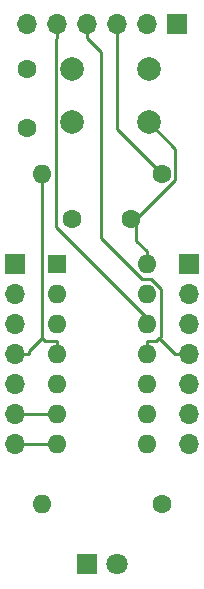
<source format=gtl>
G04 #@! TF.GenerationSoftware,KiCad,Pcbnew,5.0.2+dfsg1-1~bpo9+1*
G04 #@! TF.CreationDate,2019-06-18T09:36:45+01:00*
G04 #@! TF.ProjectId,t84opti,7438346f-7074-4692-9e6b-696361645f70,rev?*
G04 #@! TF.SameCoordinates,Original*
G04 #@! TF.FileFunction,Copper,L1,Top*
G04 #@! TF.FilePolarity,Positive*
%FSLAX46Y46*%
G04 Gerber Fmt 4.6, Leading zero omitted, Abs format (unit mm)*
G04 Created by KiCad (PCBNEW 5.0.2+dfsg1-1~bpo9+1) date Tue 18 Jun 2019 09:36:45 IST*
%MOMM*%
%LPD*%
G01*
G04 APERTURE LIST*
G04 #@! TA.AperFunction,ComponentPad*
%ADD10C,1.600000*%
G04 #@! TD*
G04 #@! TA.AperFunction,ComponentPad*
%ADD11R,1.800000X1.800000*%
G04 #@! TD*
G04 #@! TA.AperFunction,ComponentPad*
%ADD12C,1.800000*%
G04 #@! TD*
G04 #@! TA.AperFunction,ComponentPad*
%ADD13C,2.000000*%
G04 #@! TD*
G04 #@! TA.AperFunction,ComponentPad*
%ADD14R,1.700000X1.700000*%
G04 #@! TD*
G04 #@! TA.AperFunction,ComponentPad*
%ADD15O,1.700000X1.700000*%
G04 #@! TD*
G04 #@! TA.AperFunction,ComponentPad*
%ADD16R,1.600000X1.600000*%
G04 #@! TD*
G04 #@! TA.AperFunction,ComponentPad*
%ADD17O,1.600000X1.600000*%
G04 #@! TD*
G04 #@! TA.AperFunction,Conductor*
%ADD18C,0.250000*%
G04 #@! TD*
G04 APERTURE END LIST*
D10*
G04 #@! TO.P,C2,1*
G04 #@! TO.N,Net-(C2-Pad1)*
X133350000Y-36830000D03*
G04 #@! TO.P,C2,2*
G04 #@! TO.N,Net-(C2-Pad2)*
X133350000Y-41830000D03*
G04 #@! TD*
G04 #@! TO.P,C1,1*
G04 #@! TO.N,VCC*
X137160000Y-49530000D03*
G04 #@! TO.P,C1,2*
G04 #@! TO.N,GND*
X142160000Y-49530000D03*
G04 #@! TD*
D11*
G04 #@! TO.P,D1,1*
G04 #@! TO.N,GND*
X138430000Y-78740000D03*
D12*
G04 #@! TO.P,D1,2*
G04 #@! TO.N,Net-(D1-Pad2)*
X140970000Y-78740000D03*
G04 #@! TD*
D13*
G04 #@! TO.P,SW1,2*
G04 #@! TO.N,GND*
X137160000Y-41330000D03*
G04 #@! TO.P,SW1,1*
G04 #@! TO.N,Net-(C2-Pad1)*
X137160000Y-36830000D03*
G04 #@! TO.P,SW1,2*
G04 #@! TO.N,GND*
X143660000Y-41330000D03*
G04 #@! TO.P,SW1,1*
G04 #@! TO.N,Net-(C2-Pad1)*
X143660000Y-36830000D03*
G04 #@! TD*
D14*
G04 #@! TO.P,J1,1*
G04 #@! TO.N,GND*
X146050000Y-33020000D03*
D15*
G04 #@! TO.P,J1,2*
X143510000Y-33020000D03*
G04 #@! TO.P,J1,3*
G04 #@! TO.N,VCC*
X140970000Y-33020000D03*
G04 #@! TO.P,J1,4*
G04 #@! TO.N,Net-(J1-Pad4)*
X138430000Y-33020000D03*
G04 #@! TO.P,J1,5*
G04 #@! TO.N,Net-(J1-Pad5)*
X135890000Y-33020000D03*
G04 #@! TO.P,J1,6*
G04 #@! TO.N,Net-(C2-Pad1)*
X133350000Y-33020000D03*
G04 #@! TD*
G04 #@! TO.P,J3,7*
G04 #@! TO.N,Net-(J3-Pad7)*
X147066000Y-68580000D03*
G04 #@! TO.P,J3,6*
G04 #@! TO.N,Net-(J3-Pad6)*
X147066000Y-66040000D03*
G04 #@! TO.P,J3,5*
G04 #@! TO.N,Net-(J3-Pad5)*
X147066000Y-63500000D03*
G04 #@! TO.P,J3,4*
G04 #@! TO.N,Net-(J1-Pad4)*
X147066000Y-60960000D03*
G04 #@! TO.P,J3,3*
G04 #@! TO.N,Net-(J1-Pad5)*
X147066000Y-58420000D03*
G04 #@! TO.P,J3,2*
G04 #@! TO.N,Net-(J3-Pad2)*
X147066000Y-55880000D03*
D14*
G04 #@! TO.P,J3,1*
G04 #@! TO.N,GND*
X147066000Y-53340000D03*
G04 #@! TD*
G04 #@! TO.P,J2,1*
G04 #@! TO.N,VCC*
X132334000Y-53340000D03*
D15*
G04 #@! TO.P,J2,2*
G04 #@! TO.N,Net-(J2-Pad2)*
X132334000Y-55880000D03*
G04 #@! TO.P,J2,3*
G04 #@! TO.N,Net-(J2-Pad3)*
X132334000Y-58420000D03*
G04 #@! TO.P,J2,4*
G04 #@! TO.N,Net-(C2-Pad2)*
X132334000Y-60960000D03*
G04 #@! TO.P,J2,5*
G04 #@! TO.N,Net-(J2-Pad5)*
X132334000Y-63500000D03*
G04 #@! TO.P,J2,6*
G04 #@! TO.N,Net-(J2-Pad6)*
X132334000Y-66040000D03*
G04 #@! TO.P,J2,7*
G04 #@! TO.N,Net-(J2-Pad7)*
X132334000Y-68580000D03*
G04 #@! TD*
D16*
G04 #@! TO.P,U1,1*
G04 #@! TO.N,VCC*
X135890000Y-53340000D03*
D17*
G04 #@! TO.P,U1,8*
G04 #@! TO.N,Net-(J3-Pad7)*
X143510000Y-68580000D03*
G04 #@! TO.P,U1,2*
G04 #@! TO.N,Net-(J2-Pad2)*
X135890000Y-55880000D03*
G04 #@! TO.P,U1,9*
G04 #@! TO.N,Net-(J3-Pad6)*
X143510000Y-66040000D03*
G04 #@! TO.P,U1,3*
G04 #@! TO.N,Net-(J2-Pad3)*
X135890000Y-58420000D03*
G04 #@! TO.P,U1,10*
G04 #@! TO.N,Net-(J3-Pad5)*
X143510000Y-63500000D03*
G04 #@! TO.P,U1,4*
G04 #@! TO.N,Net-(C2-Pad2)*
X135890000Y-60960000D03*
G04 #@! TO.P,U1,11*
G04 #@! TO.N,Net-(J1-Pad4)*
X143510000Y-60960000D03*
G04 #@! TO.P,U1,5*
G04 #@! TO.N,Net-(J2-Pad5)*
X135890000Y-63500000D03*
G04 #@! TO.P,U1,12*
G04 #@! TO.N,Net-(J1-Pad5)*
X143510000Y-58420000D03*
G04 #@! TO.P,U1,6*
G04 #@! TO.N,Net-(J2-Pad6)*
X135890000Y-66040000D03*
G04 #@! TO.P,U1,13*
G04 #@! TO.N,Net-(J3-Pad2)*
X143510000Y-55880000D03*
G04 #@! TO.P,U1,7*
G04 #@! TO.N,Net-(J2-Pad7)*
X135890000Y-68580000D03*
G04 #@! TO.P,U1,14*
G04 #@! TO.N,GND*
X143510000Y-53340000D03*
G04 #@! TD*
G04 #@! TO.P,R2,2*
G04 #@! TO.N,Net-(C2-Pad2)*
X134620000Y-45720000D03*
D10*
G04 #@! TO.P,R2,1*
G04 #@! TO.N,VCC*
X144780000Y-45720000D03*
G04 #@! TD*
G04 #@! TO.P,R1,1*
G04 #@! TO.N,Net-(D1-Pad2)*
X144780000Y-73660000D03*
D17*
G04 #@! TO.P,R1,2*
G04 #@! TO.N,Net-(J2-Pad5)*
X134620000Y-73660000D03*
G04 #@! TD*
D18*
G04 #@! TO.N,Net-(C2-Pad2)*
X132334000Y-60960000D02*
X133509300Y-60960000D01*
X134613000Y-59602400D02*
X133509300Y-60706100D01*
X133509300Y-60706100D02*
X133509300Y-60960000D01*
X134620000Y-59602400D02*
X134613000Y-59602400D01*
X134620000Y-59602400D02*
X134620000Y-45720000D01*
X135890000Y-60960000D02*
X135890000Y-59834700D01*
X135890000Y-59834700D02*
X134852000Y-59834700D01*
X134852000Y-59834700D02*
X134620000Y-59602400D01*
G04 #@! TO.N,VCC*
X144780000Y-45720000D02*
X140970000Y-41910000D01*
X140970000Y-41910000D02*
X140970000Y-33020000D01*
G04 #@! TO.N,Net-(J1-Pad4)*
X144533100Y-59602400D02*
X145890700Y-60960000D01*
X143510000Y-59834700D02*
X144300800Y-59834700D01*
X144300800Y-59834700D02*
X144533100Y-59602400D01*
X144533100Y-59602400D02*
X144667800Y-59467700D01*
X144667800Y-59467700D02*
X144667800Y-55431800D01*
X144667800Y-55431800D02*
X143846000Y-54610000D01*
X143846000Y-54610000D02*
X143109500Y-54610000D01*
X143109500Y-54610000D02*
X139605300Y-51105800D01*
X139605300Y-51105800D02*
X139605300Y-35370600D01*
X139605300Y-35370600D02*
X138430000Y-34195300D01*
X147066000Y-60960000D02*
X145890700Y-60960000D01*
X138430000Y-33020000D02*
X138430000Y-34195300D01*
X143510000Y-60960000D02*
X143510000Y-59834700D01*
G04 #@! TO.N,Net-(J1-Pad5)*
X143510000Y-58420000D02*
X143510000Y-57857300D01*
X143510000Y-57857300D02*
X135835000Y-50181900D01*
X135835000Y-50181900D02*
X135835000Y-34250700D01*
X135835000Y-34250700D02*
X135890000Y-34195300D01*
X135890000Y-34195300D02*
X135890000Y-33020000D01*
G04 #@! TO.N,Net-(J2-Pad6)*
X135890000Y-66040000D02*
X132334000Y-66040000D01*
G04 #@! TO.N,Net-(J2-Pad7)*
X135890000Y-68580000D02*
X132334000Y-68580000D01*
G04 #@! TO.N,GND*
X143510000Y-53340000D02*
X143510000Y-52214700D01*
X143510000Y-52214700D02*
X142626000Y-51331000D01*
X142626000Y-51331000D02*
X142626000Y-49530000D01*
X143660000Y-41330000D02*
X145920000Y-43589600D01*
X145920000Y-43589600D02*
X145920000Y-46236700D01*
X145920000Y-46236700D02*
X142626000Y-49530000D01*
X142626000Y-49530000D02*
X142160000Y-49530000D01*
G04 #@! TD*
M02*

</source>
